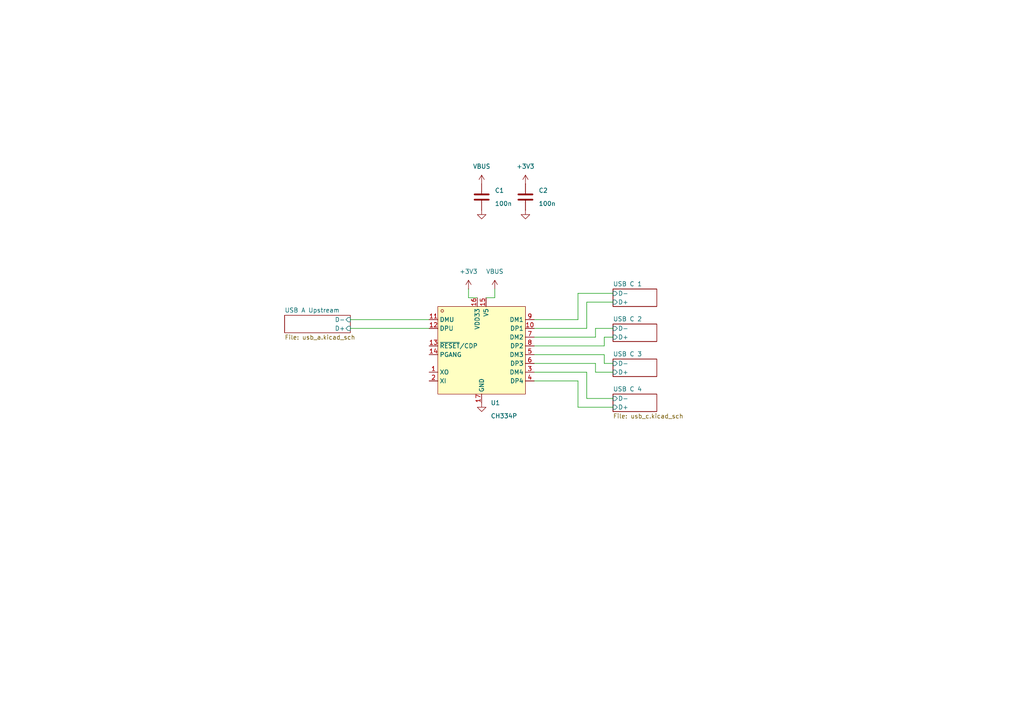
<source format=kicad_sch>
(kicad_sch (version 20250114) (generator "eeschema") (generator_version "9.0")
  (paper "A4")
  (lib_symbols
    (symbol "Device:C" (pin_numbers (hide yes)) (pin_names (offset 0.254))
      (property "Reference" "C" (at 0.635 2.54 0))
      (property "Value" "C" (at 0.635 -2.54 0))
      (symbol "C_0_1"
        (polyline (pts (xy -2.032 0.762) (xy 2.032 0.762)) (stroke (width 0.508)))
        (polyline (pts (xy -2.032 -0.762) (xy 2.032 -0.762)) (stroke (width 0.508)))
      )
      (symbol "C_1_1"
        (pin passive line (at 0 3.81 270) (length 2.794) (name "~") (number "1"))
        (pin passive line (at 0 -3.81 90) (length 2.794) (name "~") (number "2"))
      )
    )
    (symbol "easyeda2kicad:CH334P"
      (property "Reference" "U" (at -11.938 14.224 0))
      (property "Value" "CH334P" (at 9.144 13.97 0))
      (symbol "CH334P_0_1"
        (rectangle (start -12.7 12.7) (end 12.7 -12.7) (fill (type background)))
        (circle (center -11.43 11.43) (radius 0.38))
        (pin bidirectional line (at -15.24 8.89 0) (length 2.54) (name "DMU") (number "11"))
        (pin bidirectional line (at -15.24 6.35 0) (length 2.54) (name "DPU") (number "12"))
        (pin input line (at -15.24 1.27 0) (length 2.54) (name "~{RESET}/CDP") (number "13"))
        (pin input line (at -15.24 -1.27 0) (length 2.54) (name "PGANG") (number "14"))
        (pin output line (at -15.24 -6.35 0) (length 2.54) (name "XO") (number "1"))
        (pin input line (at -15.24 -8.89 0) (length 2.54) (name "XI") (number "2"))
        (pin power_in line (at -1.27 15.24 270) (length 2.54) (name "VDD33") (number "16"))
        (pin power_in line (at 0 -15.24 90) (length 2.54) (name "GND") (number "17"))
        (pin power_in line (at 1.27 15.24 270) (length 2.54) (name "V5") (number "15"))
        (pin bidirectional line (at 15.24 8.89 180) (length 2.54) (name "DM1") (number "9"))
        (pin bidirectional line (at 15.24 6.35 180) (length 2.54) (name "DP1") (number "10"))
        (pin bidirectional line (at 15.24 3.81 180) (length 2.54) (name "DM2") (number "7"))
        (pin bidirectional line (at 15.24 1.27 180) (length 2.54) (name "DP2") (number "8"))
        (pin bidirectional line (at 15.24 -1.27 180) (length 2.54) (name "DM3") (number "5"))
        (pin bidirectional line (at 15.24 -3.81 180) (length 2.54) (name "DP3") (number "6"))
        (pin bidirectional line (at 15.24 -6.35 180) (length 2.54) (name "DM4") (number "3"))
        (pin bidirectional line (at 15.24 -8.89 180) (length 2.54) (name "DP4") (number "4"))
      )
    )
    (symbol "power:+3V3" (power) (pin_numbers (hide yes)) (pin_names (offset 0) (hide yes))
      (property "Value" "+3V3" (at 0 3.556 0))
      (symbol "+3V3_0_1"
        (polyline (pts (xy -0.762 1.27) (xy 0 2.54)))
        (polyline (pts (xy 0 2.54) (xy 0.762 1.27)))
        (polyline (pts (xy 0 0) (xy 0 2.54)))
      )
      (symbol "+3V3_1_1"
        (pin power_in line (at 0 0 90) (length 0) (name "~") (number "1"))
      )
    )
    (symbol "power:GND" (power) (pin_numbers (hide yes)) (pin_names (offset 0) (hide yes))
      (property "Value" "GND" (at 0 -3.81 0))
      (symbol "GND_0_1"
        (polyline (pts (xy 0 0) (xy 0 -1.27) (xy 1.27 -1.27) (xy 0 -2.54) (xy -1.27 -1.27) (xy 0 -1.27)))
      )
      (symbol "GND_1_1"
        (pin power_in line (at 0 0 270) (length 0) (name "~") (number "1"))
      )
    )
    (symbol "power:VBUS" (power) (pin_numbers (hide yes)) (pin_names (offset 0) (hide yes))
      (property "Value" "VBUS" (at 0 3.556 0))
      (symbol "VBUS_0_1"
        (polyline (pts (xy -0.762 1.27) (xy 0 2.54)))
        (polyline (pts (xy 0 2.54) (xy 0.762 1.27)))
        (polyline (pts (xy 0 0) (xy 0 2.54)))
      )
      (symbol "VBUS_1_1"
        (pin power_in line (at 0 0 90) (length 0) (name "~") (number "1"))
      )
    )
  )
  (wire (pts (xy 167.64 85.09) (xy 167.64 92.71)))
  (wire (pts (xy 101.6 92.71) (xy 124.46 92.71)))
  (wire (pts (xy 172.72 105.41) (xy 172.72 107.95)))
  (wire (pts (xy 175.26 100.33) (xy 154.94 100.33)))
  (wire (pts (xy 175.26 102.87) (xy 175.26 105.41)))
  (wire (pts (xy 101.6 95.25) (xy 124.46 95.25)))
  (wire (pts (xy 167.64 85.09) (xy 177.8 85.09)))
  (wire (pts (xy 172.72 95.25) (xy 172.72 97.79)))
  (wire (pts (xy 135.89 83.82) (xy 135.89 86.36)))
  (wire (pts (xy 170.18 87.63) (xy 170.18 95.25)))
  (wire (pts (xy 154.94 102.87) (xy 175.26 102.87)))
  (wire (pts (xy 175.26 97.79) (xy 175.26 100.33)))
  (wire (pts (xy 172.72 97.79) (xy 154.94 97.79)))
  (wire (pts (xy 143.51 83.82) (xy 143.51 86.36)))
  (wire (pts (xy 143.51 86.36) (xy 140.97 86.36)))
  (wire (pts (xy 167.64 110.49) (xy 167.64 118.11)))
  (wire (pts (xy 154.94 105.41) (xy 172.72 105.41)))
  (wire (pts (xy 170.18 107.95) (xy 170.18 115.57)))
  (wire (pts (xy 172.72 107.95) (xy 177.8 107.95)))
  (wire (pts (xy 175.26 97.79) (xy 177.8 97.79)))
  (wire (pts (xy 172.72 95.25) (xy 177.8 95.25)))
  (wire (pts (xy 170.18 115.57) (xy 177.8 115.57)))
  (wire (pts (xy 170.18 95.25) (xy 154.94 95.25)))
  (wire (pts (xy 154.94 110.49) (xy 167.64 110.49)))
  (wire (pts (xy 167.64 92.71) (xy 154.94 92.71)))
  (wire (pts (xy 170.18 87.63) (xy 177.8 87.63)))
  (wire (pts (xy 135.89 86.36) (xy 138.43 86.36)))
  (wire (pts (xy 154.94 107.95) (xy 170.18 107.95)))
  (wire (pts (xy 175.26 105.41) (xy 177.8 105.41)))
  (wire (pts (xy 167.64 118.11) (xy 177.8 118.11)))
  (symbol (lib_id "power:+3V3") (at 152.4 53.34 0) (unit 1)
    (property "Reference" "#PWR02" (effects (hide yes)))
    (property "Value" "+3V3" (at 152.4 48.26 0))
    (property "Description" "Power symbol creates a global label with name \"+3V3\"" (effects (hide yes)))
  )
  (symbol (lib_id "power:GND") (at 139.7 60.96 0) (unit 1)
    (property "Reference" "#PWR03" (effects (hide yes)))
    (property "Value" "GND" (effects (hide yes)))
    (property "Description" "Power symbol creates a global label with name \"GND\" , ground" (effects (hide yes)))
  )
  (symbol (lib_id "Device:C") (at 152.4 57.15 0) (unit 1)
    (property "Reference" "C2" (at 156.21 55.2449 0) (effects (justify left)))
    (property "Value" "100n" (at 156.21 59.0549 0) (effects (justify left)))
    (property "Footprint" "Capacitor_SMD:C_0402_1005Metric" (effects (hide yes)))
    (property "Description" "Unpolarized capacitor" (effects (hide yes)))
    (property "LCSC Part #" "C1525" (effects (hide yes)))
  )
  (symbol (lib_id "power:+3V3") (at 135.89 83.82 0) (unit 1)
    (property "Reference" "#PWR05" (effects (hide yes)))
    (property "Value" "+3V3" (at 135.89 78.74 0))
    (property "Description" "Power symbol creates a global label with name \"+3V3\"" (effects (hide yes)))
  )
  (symbol (lib_id "power:GND") (at 152.4 60.96 0) (unit 1)
    (property "Reference" "#PWR04" (effects (hide yes)))
    (property "Value" "GND" (effects (hide yes)))
    (property "Description" "Power symbol creates a global label with name \"GND\" , ground" (effects (hide yes)))
  )
  (symbol (lib_id "Device:C") (at 139.7 57.15 0) (unit 1)
    (property "Reference" "C1" (at 143.51 55.2449 0) (effects (justify left)))
    (property "Value" "100n" (at 143.51 59.0549 0) (effects (justify left)))
    (property "Footprint" "Capacitor_SMD:C_0402_1005Metric" (effects (hide yes)))
    (property "Description" "Unpolarized capacitor" (effects (hide yes)))
    (property "LCSC Part #" "C1525" (effects (hide yes)))
  )
  (symbol (lib_id "power:VBUS") (at 143.51 83.82 0) (unit 1)
    (property "Reference" "#PWR06" (effects (hide yes)))
    (property "Value" "VBUS" (at 143.51 78.74 0))
    (property "Description" "Power symbol creates a global label with name \"VBUS\"" (effects (hide yes)))
  )
  (symbol (lib_id "easyeda2kicad:CH334P") (at 139.7 101.6 0) (unit 1)
    (property "Reference" "U1" (at 142.315 116.84 0) (effects (justify left)))
    (property "Value" "CH334P" (at 142.315 120.65 0) (effects (justify left)))
    (property "Footprint" "easyeda2kicad:QFN-16_L3.0-W3.0-P0.50-BL-EP1.7" (effects (hide yes)))
    (property "LCSC Part" "C5373042" (effects (hide yes)))
  )
  (symbol (lib_id "power:GND") (at 139.7 116.84 0) (unit 1)
    (property "Reference" "#PWR07" (effects (hide yes)))
    (property "Value" "GND" (effects (hide yes)))
    (property "Description" "Power symbol creates a global label with name \"GND\" , ground" (effects (hide yes)))
  )
  (symbol (lib_id "power:VBUS") (at 139.7 53.34 0) (unit 1)
    (property "Reference" "#PWR01" (effects (hide yes)))
    (property "Value" "VBUS" (at 139.7 48.26 0))
    (property "Description" "Power symbol creates a global label with name \"VBUS\"" (effects (hide yes)))
  )
  (sheet (at 177.8 114.3) (size 12.7 5.08) (stroke (width 0.1524))
    (property "Sheetname" "USB C 4" (at 177.8 113.5884 0) (effects (justify left bottom)))
    (property "Sheetfile" "usb_c.kicad_sch" (at 177.8 119.9646 0) (effects (justify left top)))
    (pin "D+" input (at 177.8 118.11 180))
    (pin "D-" input (at 177.8 115.57 180))
  )
  (sheet (at 177.8 83.82) (size 12.7 5.08) (stroke (width 0.1524))
    (property "Sheetname" "USB C 1" (at 177.8 83.1084 0) (effects (justify left bottom)))
    (property "Sheetfile" "usb_c.kicad_sch" (effects (hide yes)))
    (pin "D+" input (at 177.8 87.63 180))
    (pin "D-" input (at 177.8 85.09 180))
  )
  (sheet (at 177.8 93.98) (size 12.7 5.08) (stroke (width 0.1524))
    (property "Sheetname" "USB C 2" (at 177.8 93.2684 0) (effects (justify left bottom)))
    (property "Sheetfile" "usb_c.kicad_sch" (effects (hide yes)))
    (pin "D+" input (at 177.8 97.79 180))
    (pin "D-" input (at 177.8 95.25 180))
  )
  (sheet (at 82.55 91.44) (size 19.05 5.08) (stroke (width 0.1524))
    (property "Sheetname" "USB A Upstream" (at 82.55 90.7284 0) (effects (justify left bottom)))
    (property "Sheetfile" "usb_a.kicad_sch" (at 82.55 97.1046 0) (effects (justify left top)))
    (pin "D+" input (at 101.6 95.25 0))
    (pin "D-" input (at 101.6 92.71 0))
  )
  (sheet (at 177.8 104.14) (size 12.7 5.08) (stroke (width 0.1524))
    (property "Sheetname" "USB C 3" (at 177.8 103.4284 0) (effects (justify left bottom)))
    (property "Sheetfile" "usb_c.kicad_sch" (effects (hide yes)))
    (pin "D+" input (at 177.8 107.95 180))
    (pin "D-" input (at 177.8 105.41 180))
  )
)
</source>
